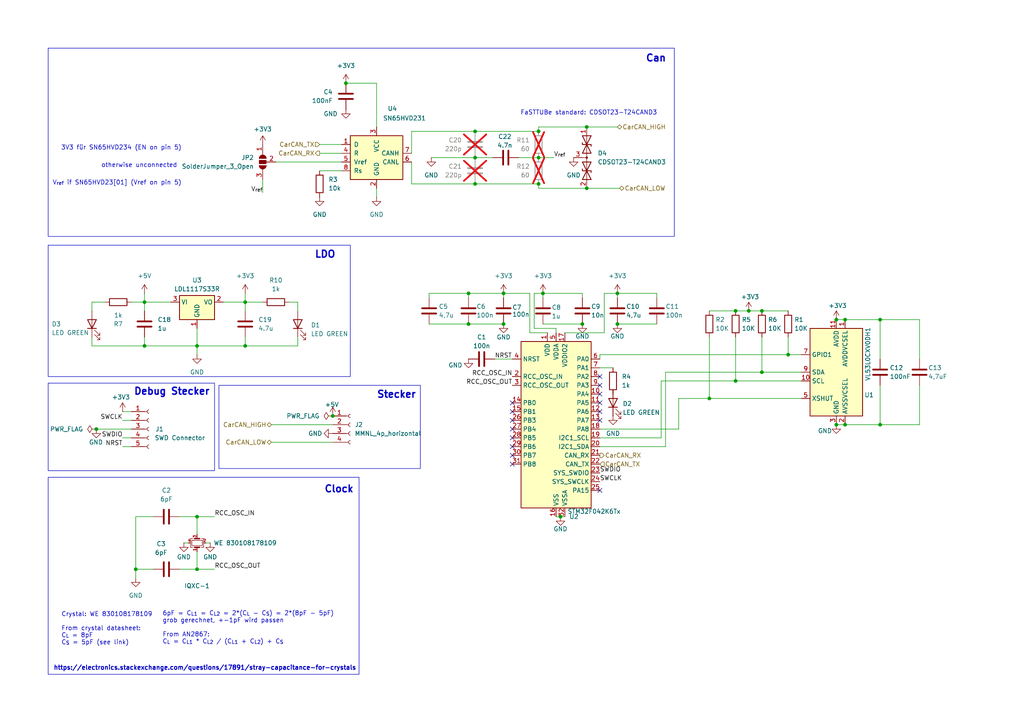
<source format=kicad_sch>
(kicad_sch (version 20250114) (generator "eeschema") (generator_version "9.0")
  (paper "A4")
  (title_block (title "time of flight sensor circedboard") (comment 1 "Jonas Urban"))
  (lib_symbols
    (symbol "Connector:Conn_01x05_Socket" (pin_names (offset 1.016) (hide yes))
      (property "Reference" "J" (at 0 7.62 0))
      (property "Value" "Conn_01x05_Socket" (at 0 -7.62 0))
      (symbol "Conn_01x05_Socket_1_1"
        (polyline (pts (xy -1.27 5.08) (xy -0.508 5.08)) (stroke (width 0.1524)))
        (polyline (pts (xy -1.27 2.54) (xy -0.508 2.54)) (stroke (width 0.1524)))
        (polyline (pts (xy -1.27 0) (xy -0.508 0)) (stroke (width 0.1524)))
        (polyline (pts (xy -1.27 -2.54) (xy -0.508 -2.54)) (stroke (width 0.1524)))
        (polyline (pts (xy -1.27 -5.08) (xy -0.508 -5.08)) (stroke (width 0.1524)))
        (arc (start 0 4.572) (mid -0.5058 5.08) (end 0 5.588) (stroke (width 0.1524)))
        (arc (start 0 2.032) (mid -0.5058 2.54) (end 0 3.048) (stroke (width 0.1524)))
        (arc (start 0 -0.508) (mid -0.5058 0) (end 0 0.508) (stroke (width 0.1524)))
        (arc (start 0 -3.048) (mid -0.5058 -2.54) (end 0 -2.032) (stroke (width 0.1524)))
        (arc (start 0 -5.588) (mid -0.5058 -5.08) (end 0 -4.572) (stroke (width 0.1524)))
        (pin passive line (at -5.08 5.08 0) (length 3.81) (name "Pin_1") (number "1"))
        (pin passive line (at -5.08 2.54 0) (length 3.81) (name "Pin_2") (number "2"))
        (pin passive line (at -5.08 0 0) (length 3.81) (name "Pin_3") (number "3"))
        (pin passive line (at -5.08 -2.54 0) (length 3.81) (name "Pin_4") (number "4"))
        (pin passive line (at -5.08 -5.08 0) (length 3.81) (name "Pin_5") (number "5"))
      )
    )
    (symbol "Device:C" (pin_numbers (hide yes)) (pin_names (offset 0.254))
      (property "Reference" "C" (at 0.635 2.54 0))
      (property "Value" "C" (at 0.635 -2.54 0))
      (symbol "C_0_1"
        (polyline (pts (xy -2.032 0.762) (xy 2.032 0.762)) (stroke (width 0.508)))
        (polyline (pts (xy -2.032 -0.762) (xy 2.032 -0.762)) (stroke (width 0.508)))
      )
      (symbol "C_1_1"
        (pin passive line (at 0 3.81 270) (length 2.794) (name "~") (number "1"))
        (pin passive line (at 0 -3.81 90) (length 2.794) (name "~") (number "2"))
      )
    )
    (symbol "Device:Crystal_GND24_Small" (pin_names (offset 1.016) (hide yes))
      (property "Reference" "Y" (at 1.27 4.445 0))
      (property "Value" "Crystal_GND24_Small" (at 1.27 2.54 0))
      (symbol "Crystal_GND24_Small_0_1"
        (polyline (pts (xy -1.27 1.27) (xy -1.27 1.905) (xy 1.27 1.905) (xy 1.27 1.27)))
        (polyline (pts (xy -1.27 -0.762) (xy -1.27 0.762)) (stroke (width 0.381)))
        (polyline (pts (xy -1.27 -1.27) (xy -1.27 -1.905) (xy 1.27 -1.905) (xy 1.27 -1.27)))
        (rectangle (start -0.762 -1.524) (end 0.762 1.524))
        (polyline (pts (xy 1.27 -0.762) (xy 1.27 0.762)) (stroke (width 0.381)))
      )
      (symbol "Crystal_GND24_Small_1_1"
        (pin passive line (at -2.54 0 0) (length 1.27) (name "1") (number "1"))
        (pin passive line (at 0 2.54 270) (length 0.635) (name "4") (number "4"))
        (pin passive line (at 0 -2.54 90) (length 0.635) (name "2") (number "2"))
        (pin passive line (at 2.54 0 180) (length 1.27) (name "3") (number "3"))
      )
    )
    (symbol "Device:D_TVS_Dual_AAC" (pin_names (offset 1.016) (hide yes))
      (property "Reference" "D" (at 0 4.445 0))
      (property "Value" "D_TVS_Dual_AAC" (at 0 2.54 0))
      (symbol "D_TVS_Dual_AAC_0_0"
        (polyline (pts (xy 0 -1.27) (xy 0 0)))
      )
      (symbol "D_TVS_Dual_AAC_0_1"
        (polyline (pts (xy -6.35 1.27) (xy -1.27 -1.27) (xy -1.27 1.27) (xy -6.35 -1.27) (xy -6.35 1.27)) (stroke (width 0.254)))
        (polyline (pts (xy -6.35 0) (xy 6.35 0)))
        (polyline (pts (xy -3.302 1.27) (xy -3.81 1.27) (xy -3.81 -1.27) (xy -4.318 -1.27)) (stroke (width 0.254)))
        (circle (center 0 0) (radius 0.254) (fill (type outline)))
        (polyline (pts (xy 4.318 1.27) (xy 3.81 1.27) (xy 3.81 -1.27) (xy 3.302 -1.27)) (stroke (width 0.254)))
        (polyline (pts (xy 6.35 1.27) (xy 1.27 -1.27) (xy 1.27 1.27) (xy 6.35 -1.27) (xy 6.35 1.27)) (stroke (width 0.254)))
      )
      (symbol "D_TVS_Dual_AAC_1_1"
        (pin passive line (at -8.89 0 0) (length 2.54) (name "A1") (number "1"))
        (pin passive line (at 0 -3.81 90) (length 2.54) (name "common") (number "3"))
        (pin passive line (at 8.89 0 180) (length 2.54) (name "A2") (number "2"))
      )
    )
    (symbol "Device:LED" (pin_numbers (hide yes)) (pin_names (offset 1.016) (hide yes))
      (property "Reference" "D" (at 0 2.54 0))
      (property "Value" "LED" (at 0 -2.54 0))
      (symbol "LED_0_1"
        (polyline (pts (xy -3.048 -0.762) (xy -4.572 -2.286) (xy -3.81 -2.286) (xy -4.572 -2.286) (xy -4.572 -1.524)))
        (polyline (pts (xy -1.778 -0.762) (xy -3.302 -2.286) (xy -2.54 -2.286) (xy -3.302 -2.286) (xy -3.302 -1.524)))
        (polyline (pts (xy -1.27 0) (xy 1.27 0)))
        (polyline (pts (xy -1.27 -1.27) (xy -1.27 1.27)) (stroke (width 0.254)))
        (polyline (pts (xy 1.27 -1.27) (xy 1.27 1.27) (xy -1.27 0) (xy 1.27 -1.27)) (stroke (width 0.254)))
      )
      (symbol "LED_1_1"
        (pin passive line (at -3.81 0 0) (length 2.54) (name "K") (number "1"))
        (pin passive line (at 3.81 0 180) (length 2.54) (name "A") (number "2"))
      )
    )
    (symbol "Device:R" (pin_numbers (hide yes)) (pin_names (offset 0))
      (property "Reference" "R" (at 2.032 0 90))
      (property "Value" "R" (at 0 0 90))
      (symbol "R_0_1"
        (rectangle (start -1.016 -2.54) (end 1.016 2.54) (stroke (width 0.254)))
      )
      (symbol "R_1_1"
        (pin passive line (at 0 3.81 270) (length 1.27) (name "~") (number "1"))
        (pin passive line (at 0 -3.81 90) (length 1.27) (name "~") (number "2"))
      )
    )
    (symbol "FaSTTUBe_connectors:MMNL_4p_horizontal" (pin_names (offset 1.016) (hide yes))
      (property "Reference" "J" (at 0 5.08 0))
      (property "Value" "MMNL_4p_horizontal" (at 0 -7.62 0))
      (symbol "MMNL_4p_horizontal_1_1"
        (polyline (pts (xy -1.27 2.54) (xy -0.508 2.54)) (stroke (width 0.1524)))
        (polyline (pts (xy -1.27 0) (xy -0.508 0)) (stroke (width 0.1524)))
        (polyline (pts (xy -1.27 -2.54) (xy -0.508 -2.54)) (stroke (width 0.1524)))
        (polyline (pts (xy -1.27 -5.08) (xy -0.508 -5.08)) (stroke (width 0.1524)))
        (arc (start 0 2.032) (mid -0.5058 2.54) (end 0 3.048) (stroke (width 0.1524)))
        (arc (start 0 -0.508) (mid -0.5058 0) (end 0 0.508) (stroke (width 0.1524)))
        (arc (start 0 -3.048) (mid -0.5058 -2.54) (end 0 -2.032) (stroke (width 0.1524)))
        (arc (start 0 -5.588) (mid -0.5058 -5.08) (end 0 -4.572) (stroke (width 0.1524)))
        (pin passive line (at -5.08 2.54 0) (length 3.81) (name "Pin_1") (number "1"))
        (pin passive line (at -5.08 0 0) (length 3.81) (name "Pin_2") (number "2"))
        (pin passive line (at -5.08 -2.54 0) (length 3.81) (name "Pin_3") (number "3"))
        (pin passive line (at -5.08 -5.08 0) (length 3.81) (name "Pin_4") (number "4"))
      )
    )
    (symbol "Interface_CAN_LIN:SN65HVD231" (pin_names (offset 1.016))
      (property "Reference" "U" (at -2.54 10.16 0))
      (property "Value" "SN65HVD231" (at -2.54 7.62 0))
      (symbol "SN65HVD231_0_1"
        (rectangle (start -7.62 5.08) (end 7.62 -7.62) (stroke (width 0.254)) (fill (type background)))
      )
      (symbol "SN65HVD231_1_1"
        (pin input line (at -10.16 2.54 0) (length 2.54) (name "D") (number "1"))
        (pin output line (at -10.16 0 0) (length 2.54) (name "R") (number "4"))
        (pin output line (at -10.16 -2.54 0) (length 2.54) (name "Vref") (number "5"))
        (pin input line (at -10.16 -5.08 0) (length 2.54) (name "Rs") (number "8"))
        (pin power_in line (at 0 7.62 270) (length 2.54) (name "VCC") (number "3"))
        (pin power_in line (at 0 -10.16 90) (length 2.54) (name "GND") (number "2"))
        (pin bidirectional line (at 10.16 0 180) (length 2.54) (name "CANH") (number "7"))
        (pin bidirectional line (at 10.16 -2.54 180) (length 2.54) (name "CANL") (number "6"))
      )
    )
    (symbol "Jumper:SolderJumper_3_Open" (pin_names (offset 0) (hide yes))
      (property "Reference" "JP" (at -2.54 -2.54 0))
      (property "Value" "SolderJumper_3_Open" (at 0 2.794 0))
      (symbol "SolderJumper_3_Open_0_1"
        (polyline (pts (xy -2.54 0) (xy -2.032 0)))
        (polyline (pts (xy -1.016 1.016) (xy -1.016 -1.016)))
        (arc (start -1.016 -1.016) (mid -2.0276 0) (end -1.016 1.016))
        (arc (start -1.016 -1.016) (mid -2.0276 0) (end -1.016 1.016) (fill (type outline)))
        (rectangle (start -0.508 1.016) (end 0.508 -1.016) (fill (type outline)))
        (polyline (pts (xy 0 -1.27) (xy 0 -1.016)))
        (arc (start 1.016 1.016) (mid 2.0276 0) (end 1.016 -1.016))
        (arc (start 1.016 1.016) (mid 2.0276 0) (end 1.016 -1.016) (fill (type outline)))
        (polyline (pts (xy 1.016 1.016) (xy 1.016 -1.016)))
        (polyline (pts (xy 2.54 0) (xy 2.032 0)))
      )
      (symbol "SolderJumper_3_Open_1_1"
        (pin passive line (at -5.08 0 0) (length 2.54) (name "A") (number "1"))
        (pin passive line (at 0 -3.81 90) (length 2.54) (name "C") (number "2"))
        (pin passive line (at 5.08 0 180) (length 2.54) (name "B") (number "3"))
      )
    )
    (symbol "MCU_ST_STM32F0:STM32F042K6Tx"
      (property "Reference" "U" (at -10.16 26.67 0))
      (property "Value" "STM32F042K6Tx" (at 5.08 26.67 0))
      (symbol "STM32F042K6Tx_0_1"
        (rectangle (start -10.16 -22.86) (end 10.16 25.4) (stroke (width 0.254)) (fill (type background)))
      )
      (symbol "STM32F042K6Tx_1_1"
        (pin input line (at -12.7 20.32 0) (length 2.54) (name "NRST") (number "4"))
        (pin bidirectional line (at -12.7 15.24 0) (length 2.54) (name "PF0") (number "2") (alternate "I2C1_SDA" bidirectional line) (alternate "RCC_OSC_IN" bidirectional line))
        (pin bidirectional line (at -12.7 12.7 0) (length 2.54) (name "PF1") (number "3") (alternate "I2C1_SCL" bidirectional line) (alternate "RCC_OSC_OUT" bidirectional line))
        (pin bidirectional line (at -12.7 7.62 0) (length 2.54) (name "PB0") (number "14"))
        (pin bidirectional line (at -12.7 5.08 0) (length 2.54) (name "PB1") (number "15"))
        (pin bidirectional line (at -12.7 2.54 0) (length 2.54) (name "PB3") (number "26"))
        (pin bidirectional line (at -12.7 0 0) (length 2.54) (name "PB4") (number "27"))
        (pin bidirectional line (at -12.7 -2.54 0) (length 2.54) (name "PB5") (number "28"))
        (pin bidirectional line (at -12.7 -5.08 0) (length 2.54) (name "PB6") (number "29") (alternate "I2C1_SCL" bidirectional line))
        (pin bidirectional line (at -12.7 -7.62 0) (length 2.54) (name "PB7") (number "30") (alternate "I2C1_SDA" bidirectional line))
        (pin bidirectional line (at -12.7 -10.16 0) (length 2.54) (name "PB8") (number "31") (alternate "CAN_RX" bidirectional line) (alternate "I2C1_SCL" bidirectional line))
        (pin power_in line (at -2.54 27.94 270) (length 2.54) (name "VDD") (number "1"))
        (pin power_in line (at 0 27.94 270) (length 2.54) (name "VDDA") (number "5"))
        (pin power_in line (at 0 -25.4 90) (length 2.54) (name "VSS") (number "16"))
        (pin power_in line (at 2.54 27.94 270) (length 2.54) (name "VDDIO2") (number "17"))
        (pin power_in line (at 2.54 -25.4 90) (length 2.54) (name "VSSA") (number "32"))
        (pin bidirectional line (at 12.7 20.32 180) (length 2.54) (name "PA0") (number "6"))
        (pin bidirectional line (at 12.7 17.78 180) (length 2.54) (name "PA1") (number "7"))
        (pin bidirectional line (at 12.7 15.24 180) (length 2.54) (name "PA2") (number "8"))
        (pin bidirectional line (at 12.7 12.7 180) (length 2.54) (name "PA3") (number "9"))
        (pin bidirectional line (at 12.7 10.16 180) (length 2.54) (name "PA4") (number "10"))
        (pin bidirectional line (at 12.7 7.62 180) (length 2.54) (name "PA5") (number "11"))
        (pin bidirectional line (at 12.7 5.08 180) (length 2.54) (name "PA6") (number "12"))
        (pin bidirectional line (at 12.7 2.54 180) (length 2.54) (name "PA7") (number "13"))
        (pin bidirectional line (at 12.7 0 180) (length 2.54) (name "PA8") (number "18"))
        (pin bidirectional line (at 12.7 -2.54 180) (length 2.54) (name "PA9") (number "19") (alternate "I2C1_SCL" bidirectional line))
        (pin bidirectional line (at 12.7 -5.08 180) (length 2.54) (name "PA10") (number "20") (alternate "I2C1_SDA" bidirectional line))
        (pin bidirectional line (at 12.7 -7.62 180) (length 2.54) (name "PA11") (number "21") (alternate "CAN_RX" bidirectional line) (alternate "I2C1_SCL" bidirectional line))
        (pin bidirectional line (at 12.7 -10.16 180) (length 2.54) (name "PA12") (number "22") (alternate "CAN_TX" bidirectional line) (alternate "I2C1_SDA" bidirectional line))
        (pin bidirectional line (at 12.7 -12.7 180) (length 2.54) (name "PA13") (number "23") (alternate "SYS_SWDIO" bidirectional line))
        (pin bidirectional line (at 12.7 -15.24 180) (length 2.54) (name "PA14") (number "24") (alternate "SYS_SWCLK" bidirectional line))
        (pin bidirectional line (at 12.7 -17.78 180) (length 2.54) (name "PA15") (number "25"))
      )
    )
    (symbol "Regulator_Linear:LD1117S33TR_SOT223"
      (property "Reference" "U" (at -3.81 3.175 0))
      (property "Value" "LD1117S33TR_SOT223" (at 0 3.175 0))
      (symbol "LD1117S33TR_SOT223_0_1"
        (rectangle (start -5.08 -5.08) (end 5.08 1.905) (stroke (width 0.254)) (fill (type background)))
      )
      (symbol "LD1117S33TR_SOT223_1_1"
        (pin power_in line (at -7.62 0 0) (length 2.54) (name "VI") (number "3"))
        (pin power_in line (at 0 -7.62 90) (length 2.54) (name "GND") (number "1"))
        (pin power_out line (at 7.62 0 180) (length 2.54) (name "VO") (number "2"))
      )
    )
    (symbol "Sensor_Distance:VL53L0CXV0DH1"
      (property "Reference" "U" (at -6.35 13.97 0))
      (property "Value" "VL53L0CXV0DH1" (at 12.065 13.97 0))
      (symbol "VL53L0CXV0DH1_0_1"
        (rectangle (start -7.62 12.7) (end 7.62 -12.7) (stroke (width 0.254)) (fill (type background)))
      )
      (symbol "VL53L0CXV0DH1_1_1"
        (pin open_collector line (at -10.16 5.08 0) (length 2.54) (name "GPIO1") (number "7"))
        (pin bidirectional line (at -10.16 0 0) (length 2.54) (name "SDA") (number "9"))
        (pin input line (at -10.16 -2.54 0) (length 2.54) (name "SCL") (number "10"))
        (pin input line (at -10.16 -7.62 0) (length 2.54) (name "XSHUT") (number "5"))
        (pin no_connect line (at -7.62 7.62 0) (length 2.54) (hide yes) (name "DNC") (number "8"))
        (pin power_in line (at 0 15.24 270) (length 2.54) (name "AVDD") (number "11"))
        (pin passive line (at 0 -15.24 90) (length 2.54) (hide yes) (name "GND") (number "12"))
        (pin power_in line (at 0 -15.24 90) (length 2.54) (name "GND") (number "3"))
        (pin passive line (at 0 -15.24 90) (length 2.54) (hide yes) (name "GND") (number "4"))
        (pin passive line (at 0 -15.24 90) (length 2.54) (hide yes) (name "GND") (number "6"))
        (pin power_in line (at 2.54 15.24 270) (length 2.54) (name "AVDDVCSEL") (number "1"))
        (pin power_in line (at 2.54 -15.24 90) (length 2.54) (name "AVSSVCSEL") (number "2"))
      )
    )
    (symbol "power:+3.3V" (power) (pin_numbers (hide yes)) (pin_names (offset 0) (hide yes))
      (property "Value" "+3.3V" (at 0 3.556 0))
      (symbol "+3.3V_0_1"
        (polyline (pts (xy -0.762 1.27) (xy 0 2.54)))
        (polyline (pts (xy 0 2.54) (xy 0.762 1.27)))
        (polyline (pts (xy 0 0) (xy 0 2.54)))
      )
      (symbol "+3.3V_1_1"
        (pin power_in line (at 0 0 90) (length 0) (name "~") (number "1"))
      )
    )
    (symbol "power:+3V3" (power) (pin_numbers (hide yes)) (pin_names (offset 0) (hide yes))
      (property "Value" "+3V3" (at 0 3.556 0))
      (symbol "+3V3_0_1"
        (polyline (pts (xy -0.762 1.27) (xy 0 2.54)))
        (polyline (pts (xy 0 2.54) (xy 0.762 1.27)))
        (polyline (pts (xy 0 0) (xy 0 2.54)))
      )
      (symbol "+3V3_1_1"
        (pin power_in line (at 0 0 90) (length 0) (name "~") (number "1"))
      )
    )
    (symbol "power:+5V" (power) (pin_numbers (hide yes)) (pin_names (offset 0) (hide yes))
      (property "Value" "+5V" (at 0 3.556 0))
      (symbol "+5V_0_1"
        (polyline (pts (xy -0.762 1.27) (xy 0 2.54)))
        (polyline (pts (xy 0 2.54) (xy 0.762 1.27)))
        (polyline (pts (xy 0 0) (xy 0 2.54)))
      )
      (symbol "+5V_1_1"
        (pin power_in line (at 0 0 90) (length 0) (name "~") (number "1"))
      )
    )
    (symbol "power:GND" (power) (pin_numbers (hide yes)) (pin_names (offset 0) (hide yes))
      (property "Value" "GND" (at 0 -3.81 0))
      (symbol "GND_0_1"
        (polyline (pts (xy 0 0) (xy 0 -1.27) (xy 1.27 -1.27) (xy 0 -2.54) (xy -1.27 -1.27) (xy 0 -1.27)))
      )
      (symbol "GND_1_1"
        (pin power_in line (at 0 0 270) (length 0) (name "~") (number "1"))
      )
    )
    (symbol "power:PWR_FLAG" (power) (pin_numbers (hide yes)) (pin_names (offset 0) (hide yes))
      (property "Value" "PWR_FLAG" (at 0 3.81 0))
      (symbol "PWR_FLAG_0_0"
        (pin power_out line (at 0 0 90) (length 0) (name "~") (number "1"))
      )
      (symbol "PWR_FLAG_0_1"
        (polyline (pts (xy 0 0) (xy 0 1.27) (xy -1.016 1.905) (xy 0 2.54) (xy 1.016 1.905) (xy 0 1.27)))
      )
    )
  )
  (rectangle (start 63.5 111.76) (end 121.92 135.89))
  (rectangle (start 13.97 13.97) (end 195.58 68.58))
  (rectangle (start 13.97 111.125) (end 62.23 136.525))
  (rectangle (start 13.97 71.12) (end 101.6 109.22))
  (rectangle (start 13.97 138.43) (end 104.14 195.58))
  (text "Can " (at 187.198 17.018 0) (effects (font (size 2 2) (bold yes)) (justify left)))
  (text "Crystal: WE 830108178109\n\nFrom crystal datasheet:\nC_{L} = 8pF\nC_{S} = 5pF (see link)\n" (at 17.78 187.198 0) (effects (font (size 1.27 1.27)) (justify left bottom)))
  (text "Clock\n" (at 93.98 141.986 0) (effects (font (size 2 2) (bold yes)) (justify left)))
  (text "6pF = C_{L1} = C_{L2} = 2*(C_{L} - C_{S}) = 2*(8pF − 5pF)\ngrob gerechnet, +-1pF wird passen\n\nFrom AN2867:\nC_{L} = C_{L1} * C_{L2} / (C_{L1} + C_{L2}) + C_{S}" (at 47.117 182.118 0) (effects (font (size 1.27 1.27)) (justify left)))
  (text "Stecker" (at 109.22 114.554 0) (effects (font (size 2 2) (bold yes)) (justify left)))
  (text "Debug Stecker" (at 38.735 113.665 0) (effects (font (size 2 2) (bold yes)) (justify left)))
  (text "V_{ref} if SN65HVD23[01] (Vref on pin 5)" (at 52.705 53.848 0) (effects (font (size 1.27 1.27)) (justify right bottom)))
  (text "FaSTTUBe standard: CDSOT23-T24CAND3" (at 190.627 33.528 0) (effects (font (size 1.27 1.27)) (justify right bottom)))
  (text "https://electronics.stackexchange.com/questions/17891/stray-capacitance-for-crystals" (at 15.494 194.564 0) (effects (font (size 1.27 1.27) (bold yes)) (justify left bottom)))
  (text "3V3 für SN65HVD234 (EN on pin 5)" (at 52.705 43.688 0) (effects (font (size 1.27 1.27)) (justify right bottom)))
  (text "otherwise unconnected" (at 51.435 48.768 0) (effects (font (size 1.27 1.27)) (justify right bottom)))
  (text "LDO\n" (at 91.186 73.914 0) (effects (font (size 2 2) (bold yes)) (justify left)))
  (junction (at 156.21 38.1))
  (junction (at 220.98 107.95))
  (junction (at 242.57 92.71))
  (junction (at 27.94 124.46))
  (junction (at 170.18 54.61))
  (junction (at 213.36 110.49))
  (junction (at 162.56 149.86))
  (junction (at 57.15 165.1))
  (junction (at 71.12 100.33))
  (junction (at 156.21 53.34))
  (junction (at 242.57 123.19))
  (junction (at 41.91 100.33))
  (junction (at 157.48 85.09))
  (junction (at 57.15 149.86))
  (junction (at 205.74 115.57))
  (junction (at 135.89 85.09))
  (junction (at 255.27 92.71))
  (junction (at 135.89 93.98))
  (junction (at 245.11 123.19))
  (junction (at 41.91 87.63))
  (junction (at 156.21 45.72))
  (junction (at 71.12 87.63))
  (junction (at 137.795 45.72))
  (junction (at 137.795 53.34))
  (junction (at 146.05 85.09))
  (junction (at 168.91 93.98))
  (junction (at 245.11 92.71))
  (junction (at 170.18 36.83))
  (junction (at 220.98 90.17))
  (junction (at 57.15 100.33))
  (junction (at 137.795 38.1))
  (junction (at 179.07 93.98))
  (junction (at 255.27 123.19))
  (junction (at 213.36 90.17))
  (junction (at 217.17 90.17))
  (junction (at 228.6 102.87))
  (junction (at 100.33 24.13))
  (junction (at 179.07 85.09))
  (junction (at 39.37 165.1))
  (junction (at 146.05 93.98))
  (junction (at 96.52 120.65))
  (no_connect (at 148.59 134.62))
  (no_connect (at 148.59 127))
  (no_connect (at 148.59 124.46))
  (no_connect (at 173.99 111.76))
  (no_connect (at 148.59 132.08))
  (no_connect (at 148.59 119.38))
  (no_connect (at 148.59 129.54))
  (no_connect (at 173.99 119.38))
  (no_connect (at 148.59 116.84))
  (no_connect (at 173.99 142.24))
  (no_connect (at 173.99 109.22))
  (no_connect (at 173.99 116.84))
  (no_connect (at 173.99 114.3))
  (no_connect (at 173.99 121.92))
  (no_connect (at 148.59 121.92))
  (wire (pts (xy 41.91 97.79) (xy 41.91 100.33)))
  (wire (pts (xy 220.98 97.79) (xy 220.98 107.95)))
  (wire (pts (xy 179.07 85.09) (xy 190.5 85.09)))
  (wire (pts (xy 41.91 100.33) (xy 57.15 100.33)))
  (wire (pts (xy 71.12 100.33) (xy 86.36 100.33)))
  (wire (pts (xy 57.15 160.02) (xy 57.15 165.1)))
  (wire (pts (xy 157.48 86.36) (xy 157.48 85.09)))
  (wire (pts (xy 228.6 97.79) (xy 228.6 102.87)))
  (wire (pts (xy 109.22 57.15) (xy 109.22 54.61)))
  (wire (pts (xy 160.655 45.72) (xy 156.21 45.72)))
  (wire (pts (xy 60.96 157.48) (xy 59.69 157.48)))
  (wire (pts (xy 242.57 92.71) (xy 245.11 92.71)))
  (wire (pts (xy 153.67 85.09) (xy 153.67 96.52)))
  (wire (pts (xy 119.38 44.45) (xy 119.38 38.1)))
  (wire (pts (xy 57.15 149.86) (xy 57.15 154.94)))
  (wire (pts (xy 228.6 102.87) (xy 232.41 102.87)))
  (wire (pts (xy 57.15 149.86) (xy 62.23 149.86)))
  (wire (pts (xy 173.99 129.54) (xy 193.04 129.54)))
  (wire (pts (xy 242.57 123.19) (xy 245.11 123.19)))
  (wire (pts (xy 57.15 100.33) (xy 57.15 102.87)))
  (wire (pts (xy 205.74 90.17) (xy 213.36 90.17)))
  (wire (pts (xy 64.77 87.63) (xy 71.12 87.63)))
  (wire (pts (xy 142.875 45.72) (xy 137.795 45.72)))
  (wire (pts (xy 124.46 85.09) (xy 135.89 85.09)))
  (wire (pts (xy 217.17 90.17) (xy 213.36 90.17)))
  (wire (pts (xy 245.11 92.71) (xy 245.11 93.98)))
  (wire (pts (xy 156.21 36.83) (xy 156.21 38.1)))
  (wire (pts (xy 156.21 54.61) (xy 156.21 53.34)))
  (wire (pts (xy 191.77 110.49) (xy 191.77 127)))
  (wire (pts (xy 39.37 165.1) (xy 39.37 149.86)))
  (wire (pts (xy 170.18 36.83) (xy 179.07 36.83)))
  (wire (pts (xy 135.89 85.09) (xy 146.05 85.09)))
  (wire (pts (xy 71.12 87.63) (xy 71.12 90.17)))
  (wire (pts (xy 92.71 41.91) (xy 99.06 41.91)))
  (wire (pts (xy 119.38 38.1) (xy 137.795 38.1)))
  (wire (pts (xy 245.11 123.19) (xy 255.27 123.19)))
  (wire (pts (xy 124.46 86.36) (xy 124.46 85.09)))
  (wire (pts (xy 255.27 92.71) (xy 255.27 104.14)))
  (wire (pts (xy 78.74 123.19) (xy 96.52 123.19)))
  (wire (pts (xy 156.21 38.1) (xy 137.795 38.1)))
  (wire (pts (xy 78.74 128.27) (xy 96.52 128.27)))
  (wire (pts (xy 196.85 115.57) (xy 196.85 124.46)))
  (wire (pts (xy 213.36 110.49) (xy 232.41 110.49)))
  (wire (pts (xy 157.48 85.09) (xy 168.91 85.09)))
  (wire (pts (xy 27.94 124.46) (xy 38.1 124.46)))
  (wire (pts (xy 35.56 121.92) (xy 38.1 121.92)))
  (wire (pts (xy 26.67 97.79) (xy 26.67 100.33)))
  (wire (pts (xy 137.795 45.72) (xy 125.095 45.72)))
  (wire (pts (xy 161.29 149.86) (xy 162.56 149.86)))
  (wire (pts (xy 255.27 111.76) (xy 255.27 123.19)))
  (wire (pts (xy 156.21 54.61) (xy 170.18 54.61)))
  (wire (pts (xy 266.7 92.71) (xy 266.7 104.14)))
  (wire (pts (xy 92.71 44.45) (xy 99.06 44.45)))
  (wire (pts (xy 71.12 85.09) (xy 71.12 87.63)))
  (wire (pts (xy 109.22 24.13) (xy 109.22 36.83)))
  (wire (pts (xy 135.89 93.98) (xy 146.05 93.98)))
  (wire (pts (xy 39.37 165.1) (xy 44.45 165.1)))
  (wire (pts (xy 245.11 92.71) (xy 255.27 92.71)))
  (wire (pts (xy 175.26 85.09) (xy 179.07 85.09)))
  (wire (pts (xy 196.85 115.57) (xy 205.74 115.57)))
  (wire (pts (xy 173.99 102.87) (xy 173.99 104.14)))
  (wire (pts (xy 35.56 119.38) (xy 38.1 119.38)))
  (wire (pts (xy 157.48 93.98) (xy 168.91 93.98)))
  (wire (pts (xy 190.5 85.09) (xy 190.5 86.36)))
  (wire (pts (xy 124.46 93.98) (xy 135.89 93.98)))
  (wire (pts (xy 191.77 110.49) (xy 213.36 110.49)))
  (wire (pts (xy 162.56 149.86) (xy 163.83 149.86)))
  (wire (pts (xy 99.06 46.99) (xy 80.01 46.99)))
  (wire (pts (xy 71.12 100.33) (xy 71.12 97.79)))
  (wire (pts (xy 255.27 92.71) (xy 266.7 92.71)))
  (wire (pts (xy 92.71 49.53) (xy 99.06 49.53)))
  (wire (pts (xy 57.15 100.33) (xy 71.12 100.33)))
  (wire (pts (xy 26.67 100.33) (xy 41.91 100.33)))
  (wire (pts (xy 26.67 87.63) (xy 26.67 90.17)))
  (wire (pts (xy 156.21 36.83) (xy 170.18 36.83)))
  (wire (pts (xy 41.91 85.09) (xy 41.91 87.63)))
  (wire (pts (xy 213.36 97.79) (xy 213.36 110.49)))
  (wire (pts (xy 109.22 24.13) (xy 100.33 24.13)))
  (wire (pts (xy 146.05 85.09) (xy 153.67 85.09)))
  (wire (pts (xy 52.07 149.86) (xy 57.15 149.86)))
  (wire (pts (xy 179.07 86.36) (xy 179.07 85.09)))
  (wire (pts (xy 71.12 87.63) (xy 76.2 87.63)))
  (wire (pts (xy 119.38 46.99) (xy 119.38 53.34)))
  (wire (pts (xy 86.36 87.63) (xy 86.36 90.17)))
  (wire (pts (xy 35.56 129.54) (xy 38.1 129.54)))
  (wire (pts (xy 146.05 85.09) (xy 146.05 86.36)))
  (wire (pts (xy 179.07 93.98) (xy 190.5 93.98)))
  (wire (pts (xy 41.91 87.63) (xy 49.53 87.63)))
  (wire (pts (xy 196.85 124.46) (xy 173.99 124.46)))
  (wire (pts (xy 119.38 53.34) (xy 137.795 53.34)))
  (wire (pts (xy 154.94 85.09) (xy 157.48 85.09)))
  (wire (pts (xy 39.37 167.64) (xy 39.37 165.1)))
  (wire (pts (xy 41.91 87.63) (xy 38.1 87.63)))
  (wire (pts (xy 153.67 96.52) (xy 158.75 96.52)))
  (wire (pts (xy 168.91 85.09) (xy 168.91 86.36)))
  (wire (pts (xy 57.15 95.25) (xy 57.15 100.33)))
  (wire (pts (xy 175.26 96.52) (xy 175.26 85.09)))
  (wire (pts (xy 30.48 87.63) (xy 26.67 87.63)))
  (wire (pts (xy 143.51 104.14) (xy 148.59 104.14)))
  (wire (pts (xy 52.07 165.1) (xy 57.15 165.1)))
  (wire (pts (xy 217.17 90.17) (xy 220.98 90.17)))
  (wire (pts (xy 220.98 107.95) (xy 232.41 107.95)))
  (wire (pts (xy 135.89 85.09) (xy 135.89 86.36)))
  (wire (pts (xy 39.37 149.86) (xy 44.45 149.86)))
  (wire (pts (xy 86.36 100.33) (xy 86.36 97.79)))
  (wire (pts (xy 57.15 165.1) (xy 62.23 165.1)))
  (wire (pts (xy 173.99 102.87) (xy 228.6 102.87)))
  (wire (pts (xy 266.7 111.76) (xy 266.7 123.19)))
  (wire (pts (xy 156.21 45.72) (xy 150.495 45.72)))
  (wire (pts (xy 156.21 53.34) (xy 137.795 53.34)))
  (wire (pts (xy 35.56 127) (xy 38.1 127)))
  (wire (pts (xy 205.74 97.79) (xy 205.74 115.57)))
  (wire (pts (xy 161.29 95.25) (xy 161.29 96.52)))
  (wire (pts (xy 220.98 90.17) (xy 228.6 90.17)))
  (wire (pts (xy 193.04 107.95) (xy 193.04 129.54)))
  (wire (pts (xy 170.18 54.61) (xy 179.705 54.61)))
  (wire (pts (xy 41.91 87.63) (xy 41.91 90.17)))
  (wire (pts (xy 154.94 95.25) (xy 154.94 85.09)))
  (wire (pts (xy 83.82 87.63) (xy 86.36 87.63)))
  (wire (pts (xy 76.2 55.88) (xy 76.2 52.07)))
  (wire (pts (xy 205.74 115.57) (xy 232.41 115.57)))
  (wire (pts (xy 53.34 157.48) (xy 54.61 157.48)))
  (wire (pts (xy 177.8 113.03) (xy 177.8 114.3)))
  (wire (pts (xy 161.29 95.25) (xy 154.94 95.25)))
  (wire (pts (xy 173.99 106.68) (xy 177.8 106.68)))
  (wire (pts (xy 266.7 123.19) (xy 255.27 123.19)))
  (wire (pts (xy 193.04 107.95) (xy 220.98 107.95)))
  (wire (pts (xy 163.83 96.52) (xy 175.26 96.52)))
  (wire (pts (xy 173.99 127) (xy 191.77 127)))
  (label "NRST" (at 35.56 129.54 180))
  (label "RCC_OSC_OUT" (at 62.23 165.1 0))
  (label "SWDIO" (at 173.99 137.16 0))
  (label "SWDIO" (at 35.56 127 180))
  (label "V_{ref}" (at 76.2 55.88 180))
  (label "RCC_OSC_IN" (at 148.59 109.22 180))
  (label "NRST" (at 143.51 104.14 0))
  (label "RCC_OSC_IN" (at 62.23 149.86 0))
  (label "SWCLK" (at 35.56 121.92 180))
  (label "V_{ref}" (at 160.655 45.72 0))
  (label "SWCLK" (at 173.99 139.7 0))
  (label "RCC_OSC_OUT" (at 148.59 111.76 180))
  (hierarchical_label "CarCAN_HIGH" (shape bidirectional) (at 179.07 36.83 0))
  (hierarchical_label "CarCAN_TX" (shape input) (at 92.71 41.91 180))
  (hierarchical_label "CarCAN_HIGH" (shape bidirectional) (at 78.74 123.19 180))
  (hierarchical_label "CarCAN_LOW" (shape bidirectional) (at 78.74 128.27 180))
  (hierarchical_label "CarCAN_LOW" (shape bidirectional) (at 179.705 54.61 0))
  (hierarchical_label "CarCAN_TX" (shape input) (at 173.99 134.62 0))
  (hierarchical_label "CarCAN_RX" (shape output) (at 92.71 44.45 180))
  (hierarchical_label "CarCAN_RX" (shape output) (at 173.99 132.08 0))
  (symbol (lib_id "Device:R") (at 92.71 53.34 0) (unit 1)
    (property "Reference" "R3" (at 95.25 52.07 0) (effects (justify left)))
    (property "Value" "10k" (at 95.25 54.61 0) (effects (justify left)))
    (property "Footprint" "Resistor_SMD:R_0603_1608Metric" (effects (hide yes)))
    (property "Description" "Resistor" (effects (hide yes)))
  )
  (symbol (lib_id "Device:R") (at 177.8 110.49 0) (unit 1)
    (property "Reference" "R4" (at 180.34 109.2199 0) (effects (justify left)))
    (property "Value" "1k" (at 180.34 111.7599 0) (effects (justify left)))
    (property "Footprint" "Resistor_SMD:R_0603_1608Metric" (effects (hide yes)))
    (property "Description" "Resistor" (effects (hide yes)))
  )
  (symbol (lib_id "Device:C") (at 255.27 107.95 0) (unit 1)
    (property "Reference" "C12" (at 258.064 106.68 0) (effects (justify left)))
    (property "Value" "100nF" (at 258.064 109.22 0) (effects (justify left)))
    (property "Footprint" "Capacitor_SMD:C_0603_1608Metric" (effects (hide yes)))
    (property "Description" "Unpolarized capacitor" (effects (hide yes)))
  )
  (symbol (lib_id "power:GND") (at 177.8 120.65 0) (unit 1)
    (property "Reference" "#PWR014" (effects (hide yes)))
    (property "Value" "GND" (at 177.8 125.73 0))
    (property "Description" "Power symbol creates a global label with name \"GND\" , ground" (effects (hide yes)))
  )
  (symbol (lib_id "power:GND") (at 162.56 149.86 0) (unit 1)
    (property "Reference" "#PWR012" (effects (hide yes)))
    (property "Value" "GND" (at 162.56 153.416 0))
    (property "Description" "Power symbol creates a global label with name \"GND\" , ground" (effects (hide yes)))
  )
  (symbol (lib_id "Device:C") (at 100.33 27.94 0) (mirror y) (unit 1)
    (property "Reference" "C4" (at 96.52 26.6699 0) (effects (justify left)))
    (property "Value" "100nF" (at 96.52 29.2099 0) (effects (justify left)))
    (property "Footprint" "Capacitor_SMD:C_0603_1608Metric" (effects (hide yes)))
    (property "Description" "Unpolarized capacitor" (effects (hide yes)))
  )
  (symbol (lib_id "Device:R") (at 213.36 93.98 0) (unit 1)
    (property "Reference" "R5" (at 215.138 92.71 0) (effects (justify left)))
    (property "Value" "10K" (at 215.138 95.25 0) (effects (justify left)))
    (property "Footprint" "Resistor_SMD:R_0603_1608Metric" (effects (hide yes)))
    (property "Description" "Resistor" (effects (hide yes)))
  )
  (symbol (lib_id "Device:R") (at 156.21 41.91 0) (mirror y) (unit 1) (dnp yes)
    (property "Reference" "R11" (at 153.67 40.64 0) (effects (justify left)))
    (property "Value" "60" (at 153.67 43.18 0) (effects (justify left)))
    (property "Footprint" "Resistor_SMD:R_0603_1608Metric" (effects (hide yes)))
    (property "Description" "Resistor" (effects (hide yes)))
  )
  (symbol (lib_id "power:GND") (at 166.37 45.72 0) (mirror y) (unit 1)
    (property "Reference" "#PWR036" (effects (hide yes)))
    (property "Value" "GND" (at 166.37 50.8 0))
    (property "Description" "Power symbol creates a global label with name \"GND\" , ground" (effects (hide yes)))
  )
  (symbol (lib_id "Device:C") (at 124.46 90.17 0) (unit 1)
    (property "Reference" "C5" (at 127.254 88.9 0) (effects (justify left)))
    (property "Value" "4,7u" (at 127.254 91.44 0) (effects (justify left)))
    (property "Footprint" "Capacitor_SMD:C_0603_1608Metric" (effects (hide yes)))
    (property "Description" "Unpolarized capacitor" (effects (hide yes)))
  )
  (symbol (lib_id "power:GND") (at 179.07 93.98 0) (unit 1)
    (property "Reference" "#PWR019" (effects (hide yes)))
    (property "Value" "GND" (at 179.07 97.536 0))
    (property "Description" "Power symbol creates a global label with name \"GND\" , ground" (effects (hide yes)))
  )
  (symbol (lib_id "Device:C") (at 146.05 90.17 0) (unit 1)
    (property "Reference" "C7" (at 148.59 89.154 0) (effects (justify left)))
    (property "Value" "100n" (at 148.59 91.186 0) (effects (justify left)))
    (property "Footprint" "Capacitor_SMD:C_0603_1608Metric" (effects (hide yes)))
    (property "Description" "Unpolarized capacitor" (effects (hide yes)))
  )
  (symbol (lib_id "Device:C") (at 48.26 165.1 90) (unit 1)
    (property "Reference" "C3" (at 46.736 157.734 90))
    (property "Value" "6pF" (at 46.736 160.274 90))
    (property "Footprint" "Capacitor_SMD:C_0603_1608Metric" (effects (hide yes)))
    (property "Description" "Unpolarized capacitor" (effects (hide yes)))
  )
  (symbol (lib_id "Device:C") (at 179.07 90.17 0) (unit 1)
    (property "Reference" "C10" (at 181.61 88.9 0) (effects (justify left)))
    (property "Value" "4,7u" (at 181.61 91.44 0) (effects (justify left)))
    (property "Footprint" "Capacitor_SMD:C_0603_1608Metric" (effects (hide yes)))
    (property "Description" "Unpolarized capacitor" (effects (hide yes)))
  )
  (symbol (lib_id "power:GND") (at 109.22 57.15 0) (mirror y) (unit 1)
    (property "Reference" "#PWR034" (effects (hide yes)))
    (property "Value" "GND" (at 109.22 62.23 0))
    (property "Description" "Power symbol creates a global label with name \"GND\" , ground" (effects (hide yes)))
  )
  (symbol (lib_id "power:+3V3") (at 71.12 85.09 0) (unit 1)
    (property "Reference" "#PWR08" (effects (hide yes)))
    (property "Value" "+3V3" (at 71.12 80.01 0))
    (property "Description" "Power symbol creates a global label with name \"+3V3\"" (effects (hide yes)))
  )
  (symbol (lib_id "Device:D_TVS_Dual_AAC") (at 170.18 45.72 270) (unit 1)
    (property "Reference" "D4" (at 173.355 44.45 90) (effects (justify left)))
    (property "Value" "CDSOT23-T24CAND3" (at 173.355 46.99 90) (effects (justify left)))
    (property "Footprint" "Package_TO_SOT_SMD:SOT-23-3" (effects (hide yes)))
    (property "Datasheet" "https://www.mouser.de/datasheet/2/54/cdsot23_t24can_q-1534349.pdf" (effects (hide yes)))
    (property "Description" "Bidirectional dual transient-voltage-suppression diode, center on pin 3" (effects (hide yes)))
  )
  (symbol (lib_id "power:GND") (at 146.05 93.98 0) (unit 1)
    (property "Reference" "#PWR018" (effects (hide yes)))
    (property "Value" "GND" (at 146.05 97.79 0))
    (property "Description" "Power symbol creates a global label with name \"GND\" , ground" (effects (hide yes)))
  )
  (symbol (lib_id "Device:R") (at 156.21 49.53 0) (mirror y) (unit 1) (dnp yes)
    (property "Reference" "R12" (at 153.67 48.26 0) (effects (justify left)))
    (property "Value" "60" (at 153.67 50.8 0) (effects (justify left)))
    (property "Footprint" "Resistor_SMD:R_0603_1608Metric" (effects (hide yes)))
    (property "Description" "Resistor" (effects (hide yes)))
  )
  (symbol (lib_id "Device:C") (at 48.26 149.86 90) (unit 1)
    (property "Reference" "C2" (at 48.26 142.24 90))
    (property "Value" "6pF" (at 48.26 144.78 90))
    (property "Footprint" "Capacitor_SMD:C_0603_1608Metric" (effects (hide yes)))
    (property "Description" "Unpolarized capacitor" (effects (hide yes)))
  )
  (symbol (lib_id "Device:R") (at 228.6 93.98 0) (unit 1)
    (property "Reference" "R1" (at 230.378 92.71 0) (effects (justify left)))
    (property "Value" "10K" (at 230.378 95.25 0) (effects (justify left)))
    (property "Footprint" "Resistor_SMD:R_0603_1608Metric" (effects (hide yes)))
    (property "Description" "Resistor" (effects (hide yes)))
  )
  (symbol (lib_id "Device:R") (at 34.29 87.63 270) (unit 1)
    (property "Reference" "R7" (at 34.29 93.98 90))
    (property "Value" "1k" (at 34.29 91.44 90))
    (property "Footprint" "Resistor_SMD:R_0603_1608Metric" (effects (hide yes)))
  )
  (symbol (lib_id "Device:R") (at 220.98 93.98 0) (unit 1)
    (property "Reference" "R6" (at 222.758 92.71 0) (effects (justify left)))
    (property "Value" "10K" (at 222.758 95.25 0) (effects (justify left)))
    (property "Footprint" "Resistor_SMD:R_0603_1608Metric" (effects (hide yes)))
    (property "Description" "Resistor" (effects (hide yes)))
  )
  (symbol (lib_id "Device:C") (at 266.7 107.95 0) (unit 1)
    (property "Reference" "C13" (at 269.24 106.68 0) (effects (justify left)))
    (property "Value" "4,7uF" (at 269.24 109.22 0) (effects (justify left)))
    (property "Footprint" "Capacitor_SMD:C_0603_1608Metric" (effects (hide yes)))
    (property "Description" "Unpolarized capacitor" (effects (hide yes)))
  )
  (symbol (lib_id "Regulator_Linear:LD1117S33TR_SOT223") (at 57.15 87.63 0) (unit 1)
    (property "Reference" "U3" (at 57.15 81.28 0))
    (property "Value" "LDL1117S33R" (at 57.15 83.82 0))
    (property "Footprint" "Package_TO_SOT_SMD:SOT-223-3_TabPin2" (effects (hide yes)))
    (property "Datasheet" "https://www.mouser.de/datasheet/2/389/ldl1117-1849797.pdf" (effects (hide yes)))
  )
  (symbol (lib_id "power:GND") (at 96.52 125.73 270) (unit 1)
    (property "Reference" "#PWR022" (effects (hide yes)))
    (property "Value" "GND" (at 91.44 125.73 90))
    (property "Description" "Power symbol creates a global label with name \"GND\" , ground" (effects (hide yes)))
  )
  (symbol (lib_id "Device:R") (at 205.74 93.98 0) (unit 1)
    (property "Reference" "R2" (at 207.518 92.71 0) (effects (justify left)))
    (property "Value" "10K" (at 207.518 95.25 0) (effects (justify left)))
    (property "Footprint" "Resistor_SMD:R_0603_1608Metric" (effects (hide yes)))
    (property "Description" "Resistor" (effects (hide yes)))
  )
  (symbol (lib_id "Device:C") (at 146.685 45.72 270) (mirror x) (unit 1)
    (property "Reference" "C22" (at 146.431 39.624 90))
    (property "Value" "4.7n" (at 146.431 42.164 90))
    (property "Footprint" "Capacitor_SMD:C_0603_1608Metric" (effects (hide yes)))
    (property "Description" "Unpolarized capacitor" (effects (hide yes)))
  )
  (symbol (lib_id "Jumper:SolderJumper_3_Open") (at 76.2 46.99 90) (mirror x) (unit 1)
    (property "Reference" "JP2" (at 73.66 45.72 90) (effects (justify left)))
    (property "Value" "SolderJumper_3_Open" (at 73.66 48.26 90) (effects (justify left)))
    (property "Footprint" "Jumper:SolderJumper-3_P1.3mm_Open_RoundedPad1.0x1.5mm_NumberLabels" (effects (hide yes)))
    (property "Description" "Solder Jumper, 3-pole, open" (effects (hide yes)))
  )
  (symbol (lib_id "Device:C") (at 190.5 90.17 0) (unit 1)
    (property "Reference" "C11" (at 193.04 88.9 0) (effects (justify left)))
    (property "Value" "100n" (at 193.04 91.44 0) (effects (justify left)))
    (property "Footprint" "Capacitor_SMD:C_0603_1608Metric" (effects (hide yes)))
    (property "Description" "Unpolarized capacitor" (effects (hide yes)))
  )
  (symbol (lib_id "power:GND") (at 57.15 102.87 0) (unit 1)
    (property "Reference" "#PWR028" (effects (hide yes)))
    (property "Value" "GND" (at 57.15 107.95 0))
  )
  (symbol (lib_id "power:GND") (at 125.095 45.72 0) (mirror y) (unit 1)
    (property "Reference" "#PWR035" (effects (hide yes)))
    (property "Value" "GND" (at 125.095 50.8 0))
    (property "Description" "Power symbol creates a global label with name \"GND\" , ground" (effects (hide yes)))
  )
  (symbol (lib_id "power:+3V3") (at 179.07 85.09 0) (unit 1)
    (property "Reference" "#PWR013" (effects (hide yes)))
    (property "Value" "+3V3" (at 179.07 80.01 0))
    (property "Description" "Power symbol creates a global label with name \"+3V3\"" (effects (hide yes)))
  )
  (symbol (lib_id "MCU_ST_STM32F0:STM32F042K6Tx") (at 161.29 124.46 0) (unit 1)
    (property "Reference" "U2" (at 165.1 149.86 0) (effects (justify left)))
    (property "Value" "STM32F042K6Tx" (at 164.592 148.336 0) (effects (justify left)))
    (property "Footprint" "Package_QFP:LQFP-32_7x7mm_P0.8mm" (effects (hide yes)))
    (property "Datasheet" "https://www.st.com/resource/en/datasheet/stm32f042k6.pdf" (effects (hide yes)))
    (property "Description" "STMicroelectronics Arm Cortex-M0 MCU, 32KB flash, 6KB RAM, 48 MHz, 2.0-3.6V, 26 GPIO, LQFP32" (effects (hide yes)))
    (pin "2" (alternate "RCC_OSC_IN"))
    (pin "3" (alternate "RCC_OSC_OUT"))
    (pin "19" (alternate "I2C1_SCL"))
    (pin "20" (alternate "I2C1_SDA"))
    (pin "21" (alternate "CAN_RX"))
    (pin "22" (alternate "CAN_TX"))
    (pin "23" (alternate "SYS_SWDIO"))
    (pin "24" (alternate "SYS_SWCLK"))
  )
  (symbol (lib_id "power:+3V3") (at 146.05 85.09 0) (unit 1)
    (property "Reference" "#PWR010" (effects (hide yes)))
    (property "Value" "+3V3" (at 146.05 80.01 0))
    (property "Description" "Power symbol creates a global label with name \"+3V3\"" (effects (hide yes)))
  )
  (symbol (lib_id "power:GND") (at 27.94 124.46 0) (unit 1)
    (property "Reference" "#PWR01" (effects (hide yes)))
    (property "Value" "GND" (at 25.781 128.27 0) (effects (justify left)))
    (property "Description" "Power symbol creates a global label with name \"GND\" , ground" (effects (hide yes)))
  )
  (symbol (lib_id "power:+3.3V") (at 242.57 92.71 0) (unit 1)
    (property "Reference" "#PWR016" (effects (hide yes)))
    (property "Value" "+3V3" (at 240.284 88.646 0) (effects (justify left)))
    (property "Description" "Power symbol creates a global label with name \"+3.3V\"" (effects (hide yes)))
  )
  (symbol (lib_id "power:+3V3") (at 76.2 41.91 0) (mirror y) (unit 1)
    (property "Reference" "#PWR029" (effects (hide yes)))
    (property "Value" "+3V3" (at 76.2 37.465 0))
    (property "Description" "Power symbol creates a global label with name \"+3V3\"" (effects (hide yes)))
  )
  (symbol (lib_id "Device:LED") (at 26.67 93.98 90) (unit 1)
    (property "Reference" "D3" (at 14.986 93.98 90) (effects (justify right)))
    (property "Value" "LED GREEN" (at 14.986 96.52 90) (effects (justify right)))
    (property "Footprint" "LED_SMD:LED_0603_1608Metric" (effects (hide yes)))
    (property "Description" "Light emitting diode" (effects (hide yes)))
    (property "Sim.Pins" "1=K 2=A" (effects (hide yes)))
  )
  (symbol (lib_id "Device:C") (at 168.91 90.17 0) (unit 1)
    (property "Reference" "C9" (at 171.45 88.9 0) (effects (justify left)))
    (property "Value" "10n" (at 171.45 91.44 0) (effects (justify left)))
    (property "Footprint" "Capacitor_SMD:C_0603_1608Metric" (effects (hide yes)))
    (property "Description" "Unpolarized capacitor" (effects (hide yes)))
  )
  (symbol (lib_id "Device:LED") (at 86.36 93.98 90) (unit 1)
    (property "Reference" "D1" (at 90.17 94.2974 90) (effects (justify right)))
    (property "Value" "LED GREEN" (at 90.17 96.8374 90) (effects (justify right)))
    (property "Footprint" "LED_SMD:LED_0603_1608Metric" (effects (hide yes)))
    (property "Description" "Light emitting diode" (effects (hide yes)))
    (property "Sim.Pins" "1=K 2=A" (effects (hide yes)))
  )
  (symbol (lib_id "Connector:Conn_01x05_Socket") (at 43.18 124.46 0) (unit 1)
    (property "Reference" "J1" (at 45.085 124.4599 0) (effects (justify left)))
    (property "Value" "SWD Connector" (at 44.831 127 0) (effects (justify left)))
    (property "Footprint" "Connector_PinHeader_2.54mm:PinHeader_1x05_P2.54mm_Horizontal" (effects (hide yes)))
    (property "Description" "Generic connector, single row, 01x05, script generated" (effects (hide yes)))
  )
  (symbol (lib_id "power:+5V") (at 96.52 120.65 0) (unit 1)
    (property "Reference" "#PWR021" (effects (hide yes)))
    (property "Value" "+5V" (at 96.266 117.348 0))
    (property "Description" "Power symbol creates a global label with name \"+5V\"" (effects (hide yes)))
  )
  (symbol (lib_id "Device:C") (at 137.795 41.91 0) (mirror y) (unit 1) (dnp yes)
    (property "Reference" "C20" (at 133.985 40.64 0) (effects (justify left)))
    (property "Value" "220p" (at 133.985 43.18 0) (effects (justify left)))
    (property "Footprint" "Capacitor_SMD:C_0603_1608Metric" (effects (hide yes)))
    (property "Description" "Unpolarized capacitor" (effects (hide yes)))
  )
  (symbol (lib_id "power:GND") (at 135.89 104.14 0) (unit 1)
    (property "Reference" "#PWR09" (effects (hide yes)))
    (property "Value" "GND" (at 132.08 105.918 0))
  )
  (symbol (lib_id "power:GND") (at 168.91 93.98 0) (unit 1)
    (property "Reference" "#PWR020" (effects (hide yes)))
    (property "Value" "GND" (at 168.91 97.536 0))
    (property "Description" "Power symbol creates a global label with name \"GND\" , ground" (effects (hide yes)))
  )
  (symbol (lib_id "Device:C") (at 137.795 49.53 0) (mirror y) (unit 1) (dnp yes)
    (property "Reference" "C21" (at 133.985 48.26 0) (effects (justify left)))
    (property "Value" "220p" (at 133.985 50.8 0) (effects (justify left)))
    (property "Footprint" "Capacitor_SMD:C_0603_1608Metric" (effects (hide yes)))
    (property "Description" "Unpolarized capacitor" (effects (hide yes)))
  )
  (symbol (lib_id "Device:C") (at 135.89 90.17 0) (unit 1)
    (property "Reference" "C6" (at 138.176 88.9 0) (effects (justify left)))
    (property "Value" "100n" (at 138.176 91.44 0) (effects (justify left)))
    (property "Footprint" "Capacitor_SMD:C_0603_1608Metric" (effects (hide yes)))
    (property "Description" "Unpolarized capacitor" (effects (hide yes)))
  )
  (symbol (lib_id "FaSTTUBe_connectors:MMNL_4p_horizontal") (at 101.6 123.19 0) (unit 1)
    (property "Reference" "J2" (at 102.87 123.1899 0) (effects (justify left)))
    (property "Value" "MMNL_4p_horizontal" (at 102.87 125.7299 0) (effects (justify left)))
    (property "Footprint" "FaSTTUBe_connectors:Micro_Mate-N-Lok_4p_horizontal" (effects (hide yes)))
    (property "Description" "Micro Mate-N-Lok, single row, 4 position, SMD, horizontal" (effects (hide yes)))
  )
  (symbol (lib_id "Device:C") (at 41.91 93.98 0) (unit 1)
    (property "Reference" "C18" (at 45.72 92.7099 0) (effects (justify left)))
    (property "Value" "1u" (at 45.72 95.2499 0) (effects (justify left)))
    (property "Footprint" "Capacitor_SMD:C_0603_1608Metric" (effects (hide yes)))
    (property "LCSC" "C15849" (effects (hide yes)))
  )
  (symbol (lib_id "Sensor_Distance:VL53L0CXV0DH1") (at 242.57 107.95 0) (unit 1)
    (property "Reference" "U1" (at 250.698 114.554 0) (effects (justify left)))
    (property "Value" "VL53L0CXV0DH1" (at 251.714 110.49 90) (effects (justify left)))
    (property "Footprint" "OptoDevice:ST_VL53L0X" (effects (hide yes)))
    (property "Datasheet" "https://www.st.com/resource/en/datasheet/vl53l0x.pdf" (effects (hide yes)))
    (property "Description" "2m distance ranging ToF sensor, Optical LGA12" (effects (hide yes)))
  )
  (symbol (lib_id "power:PWR_FLAG") (at 96.52 120.65 90) (unit 1)
    (property "Reference" "#FLG03" (effects (hide yes)))
    (property "Value" "PWR_FLAG" (at 92.71 120.6499 90) (effects (justify left)))
    (property "Description" "Special symbol for telling ERC where power comes from" (effects (hide yes)))
  )
  (symbol (lib_id "Interface_CAN_LIN:SN65HVD231") (at 109.22 44.45 0) (unit 1)
    (property "Reference" "U4" (at 115.189 31.496 0) (effects (justify right)))
    (property "Value" "SN65HVD231" (at 123.571 34.29 0) (effects (justify right)))
    (property "Footprint" "Package_SO:SOIC-8_3.9x4.9mm_P1.27mm" (effects (hide yes)))
    (property "Datasheet" "https://www.ti.com/lit/ds/symlink/sn65hvd230.pdf?ts=1730823053790&ref_url=https%253A%252F%252Fwww.ti.com%252Fproduct%252Fde-de%252FSN65HVD230" (effects (hide yes)))
    (property "Description" "CAN Bus Transceivers, 3.3V, 1Mbps,Ultra Low-Power capabilities, SOIC-8" (effects (hide yes)))
  )
  (symbol (lib_id "Device:C") (at 71.12 93.98 0) (unit 1)
    (property "Reference" "C19" (at 74.93 92.7099 0) (effects (justify left)))
    (property "Value" "4.7u" (at 74.93 95.2499 0) (effects (justify left)))
    (property "Footprint" "Capacitor_SMD:C_0603_1608Metric" (effects (hide yes)))
    (property "LCSC" "C15849" (effects (hide yes)))
  )
  (symbol (lib_id "power:GND") (at 39.37 167.64 0) (unit 1)
    (property "Reference" "#PWR03" (effects (hide yes)))
    (property "Value" "GND" (at 39.37 172.72 0))
    (property "Description" "Power symbol creates a global label with name \"GND\" , ground" (effects (hide yes)))
  )
  (symbol (lib_id "power:+3V3") (at 100.33 24.13 0) (mirror y) (unit 1)
    (property "Reference" "#PWR032" (effects (hide yes)))
    (property "Value" "+3V3" (at 100.33 19.05 0))
    (property "Description" "Power symbol creates a global label with name \"+3V3\"" (effects (hide yes)))
  )
  (symbol (lib_id "Device:C") (at 157.48 90.17 0) (unit 1)
    (property "Reference" "C8" (at 160.02 89.154 0) (effects (justify left)))
    (property "Value" "1u" (at 160.02 91.694 0) (effects (justify left)))
    (property "Footprint" "Capacitor_SMD:C_0603_1608Metric" (effects (hide yes)))
    (property "Description" "Unpolarized capacitor" (effects (hide yes)))
  )
  (symbol (lib_id "Device:LED") (at 177.8 116.84 90) (unit 1)
    (property "Reference" "D2" (at 180.594 117.094 90) (effects (justify right)))
    (property "Value" "LED GREEN" (at 180.594 119.634 90) (effects (justify right)))
    (property "Footprint" "LED_SMD:LED_0603_1608Metric" (effects (hide yes)))
    (property "Description" "Light emitting diode" (effects (hide yes)))
    (property "Sim.Pins" "1=K 2=A" (effects (hide yes)))
  )
  (symbol (lib_id "power:+3.3V") (at 217.17 90.17 0) (unit 1)
    (property "Reference" "#PWR015" (effects (hide yes)))
    (property "Value" "+3V3" (at 214.884 86.106 0) (effects (justify left)))
    (property "Description" "Power symbol creates a global label with name \"+3.3V\"" (effects (hide yes)))
  )
  (symbol (lib_id "power:+3V3") (at 157.48 85.09 0) (unit 1)
    (property "Reference" "#PWR011" (effects (hide yes)))
    (property "Value" "+3V3" (at 157.48 80.01 0))
    (property "Description" "Power symbol creates a global label with name \"+3V3\"" (effects (hide yes)))
  )
  (symbol (lib_id "power:PWR_FLAG") (at 27.94 124.46 90) (unit 1)
    (property "Reference" "#FLG02" (effects (hide yes)))
    (property "Value" "PWR_FLAG" (at 24.13 124.4599 90) (effects (justify left)))
    (property "Description" "Special symbol for telling ERC where power comes from" (effects (hide yes)))
  )
  (symbol (lib_id "power:GND") (at 53.34 157.48 0) (unit 1)
    (property "Reference" "#PWR05" (effects (hide yes)))
    (property "Value" "GND" (at 53.34 161.544 0))
    (property "Description" "Power symbol creates a global label with name \"GND\" , ground" (effects (hide yes)))
  )
  (symbol (lib_id "power:+5V") (at 41.91 85.09 0) (unit 1)
    (property "Reference" "#PWR031" (effects (hide yes)))
    (property "Value" "+5V" (at 41.91 80.01 0))
    (property "Description" "Power symbol creates a global label with name \"+5V\"" (effects (hide yes)))
  )
  (symbol (lib_id "power:GND") (at 60.96 157.48 0) (unit 1)
    (property "Reference" "#PWR07" (effects (hide yes)))
    (property "Value" "GND" (at 60.96 161.544 0))
    (property "Description" "Power symbol creates a global label with name \"GND\" , ground" (effects (hide yes)))
  )
  (symbol (lib_id "power:GND") (at 92.71 57.15 0) (mirror y) (unit 1)
    (property "Reference" "#PWR030" (effects (hide yes)))
    (property "Value" "GND" (at 92.71 62.23 0))
    (property "Description" "Power symbol creates a global label with name \"GND\" , ground" (effects (hide yes)))
  )
  (symbol (lib_id "Device:C") (at 139.7 104.14 90) (unit 1)
    (property "Reference" "C1" (at 139.7 97.79 90))
    (property "Value" "100n" (at 139.7 100.33 90))
    (property "Footprint" "Capacitor_SMD:C_0603_1608Metric" (effects (hide yes)))
    (property "LCSC" "C307331" (effects (hide yes)))
  )
  (symbol (lib_id "Device:R") (at 80.01 87.63 90) (unit 1)
    (property "Reference" "R10" (at 80.01 81.28 90))
    (property "Value" "1k" (at 80.01 83.82 90))
    (property "Footprint" "Resistor_SMD:R_0603_1608Metric" (effects (hide yes)))
  )
  (symbol (lib_id "power:GND") (at 100.33 31.75 0) (mirror y) (unit 1)
    (property "Reference" "#PWR033" (effects (hide yes)))
    (property "Value" "GND" (at 95.885 33.02 0))
    (property "Description" "Power symbol creates a global label with name \"GND\" , ground" (effects (hide yes)))
  )
  (symbol (lib_id "power:+3V3") (at 35.56 119.38 0) (unit 1)
    (property "Reference" "#PWR04" (effects (hide yes)))
    (property "Value" "+3V3" (at 37.719 115.189 0) (effects (justify right)))
    (property "Description" "Power symbol creates a global label with name \"+3V3\"" (effects (hide yes)))
  )
  (symbol (lib_id "Device:Crystal_GND24_Small") (at 57.15 157.48 90) (unit 1)
    (property "Reference" "IQXC-1" (at 57.15 169.926 90))
    (property "Value" "WE 830108178109" (at 71.12 157.48 90))
    (property "Footprint" "FaSTTUBe_Crystals:Crystal_SMD_2016-4Pin_2.0x1.6mm" (effects (hide yes)))
    (property "Datasheet" "https://www.we-online.com/components/products/datasheet/830108178109.pdf" (effects (hide yes)))
    (property "Description" "Four pin crystal, GND on pins 2 and 4, small symbol" (effects (hide yes)))
  )
  (symbol (lib_id "power:GND") (at 242.57 123.19 0) (unit 1)
    (property "Reference" "#PWR017" (effects (hide yes)))
    (property "Value" "GND" (at 239.268 124.968 0))
    (property "Description" "Power symbol creates a global label with name \"GND\" , ground" (effects (hide yes)))
  )
)
</source>
